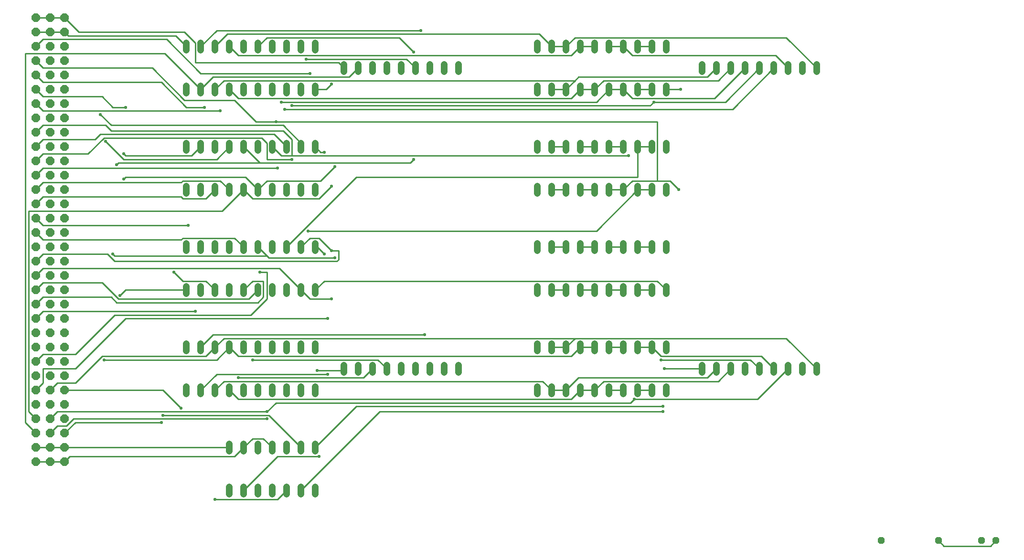
<source format=gbr>
G04 EAGLE Gerber RS-274X export*
G75*
%MOMM*%
%FSLAX34Y34*%
%LPD*%
%INTop Copper*%
%IPPOS*%
%AMOC8*
5,1,8,0,0,1.08239X$1,22.5*%
G01*
%ADD10P,1.649562X8X202.500000*%
%ADD11P,1.319650X8X202.500000*%
%ADD12C,1.219200*%
%ADD13C,0.254000*%
%ADD14C,0.558800*%


D10*
X50800Y177800D03*
X50800Y203200D03*
X50800Y228600D03*
X50800Y254000D03*
X50800Y279400D03*
X50800Y304800D03*
X50800Y330200D03*
X50800Y355600D03*
X50800Y381000D03*
X50800Y406400D03*
X50800Y431800D03*
X50800Y457200D03*
X50800Y482600D03*
X50800Y508000D03*
X50800Y533400D03*
X50800Y558800D03*
X76200Y177800D03*
X76200Y203200D03*
X76200Y228600D03*
X76200Y254000D03*
X76200Y279400D03*
X76200Y304800D03*
X76200Y330200D03*
X76200Y355600D03*
X76200Y381000D03*
X76200Y406400D03*
X76200Y431800D03*
X76200Y457200D03*
X76200Y482600D03*
X76200Y508000D03*
X76200Y533400D03*
X76200Y558800D03*
X101600Y177800D03*
X101600Y203200D03*
X101600Y228600D03*
X101600Y254000D03*
X101600Y279400D03*
X101600Y304800D03*
X101600Y330200D03*
X101600Y355600D03*
X101600Y381000D03*
X101600Y406400D03*
X101600Y431800D03*
X101600Y457200D03*
X101600Y482600D03*
X101600Y508000D03*
X101600Y533400D03*
X101600Y558800D03*
X50800Y584200D03*
X50800Y609600D03*
X50800Y635000D03*
X50800Y660400D03*
X50800Y685800D03*
X50800Y711200D03*
X50800Y736600D03*
X50800Y762000D03*
X50800Y787400D03*
X50800Y812800D03*
X50800Y838200D03*
X50800Y863600D03*
X50800Y889000D03*
X50800Y914400D03*
X50800Y939800D03*
X50800Y965200D03*
X76200Y584200D03*
X76200Y609600D03*
X76200Y635000D03*
X76200Y660400D03*
X76200Y685800D03*
X76200Y711200D03*
X76200Y736600D03*
X76200Y762000D03*
X76200Y787400D03*
X76200Y812800D03*
X76200Y838200D03*
X76200Y863600D03*
X76200Y889000D03*
X76200Y914400D03*
X76200Y939800D03*
X76200Y965200D03*
X101600Y584200D03*
X101600Y609600D03*
X101600Y635000D03*
X101600Y660400D03*
X101600Y685800D03*
X101600Y711200D03*
X101600Y736600D03*
X101600Y762000D03*
X101600Y787400D03*
X101600Y812800D03*
X101600Y838200D03*
X101600Y863600D03*
X101600Y889000D03*
X101600Y914400D03*
X101600Y939800D03*
X101600Y965200D03*
D11*
X1752600Y38100D03*
X1727200Y38100D03*
X1651000Y38100D03*
X1549400Y38100D03*
D12*
X317500Y832104D02*
X317500Y844296D01*
X342900Y844296D02*
X342900Y832104D01*
X469900Y832104D02*
X469900Y844296D01*
X495300Y844296D02*
X495300Y832104D01*
X368300Y832104D02*
X368300Y844296D01*
X393700Y844296D02*
X393700Y832104D01*
X444500Y832104D02*
X444500Y844296D01*
X419100Y844296D02*
X419100Y832104D01*
X520700Y832104D02*
X520700Y844296D01*
X546100Y844296D02*
X546100Y832104D01*
X546100Y908304D02*
X546100Y920496D01*
X520700Y920496D02*
X520700Y908304D01*
X495300Y908304D02*
X495300Y920496D01*
X469900Y920496D02*
X469900Y908304D01*
X444500Y908304D02*
X444500Y920496D01*
X419100Y920496D02*
X419100Y908304D01*
X393700Y908304D02*
X393700Y920496D01*
X368300Y920496D02*
X368300Y908304D01*
X342900Y908304D02*
X342900Y920496D01*
X317500Y920496D02*
X317500Y908304D01*
X317500Y310896D02*
X317500Y298704D01*
X342900Y298704D02*
X342900Y310896D01*
X469900Y310896D02*
X469900Y298704D01*
X495300Y298704D02*
X495300Y310896D01*
X368300Y310896D02*
X368300Y298704D01*
X393700Y298704D02*
X393700Y310896D01*
X444500Y310896D02*
X444500Y298704D01*
X419100Y298704D02*
X419100Y310896D01*
X520700Y310896D02*
X520700Y298704D01*
X546100Y298704D02*
X546100Y310896D01*
X546100Y374904D02*
X546100Y387096D01*
X520700Y387096D02*
X520700Y374904D01*
X495300Y374904D02*
X495300Y387096D01*
X469900Y387096D02*
X469900Y374904D01*
X444500Y374904D02*
X444500Y387096D01*
X419100Y387096D02*
X419100Y374904D01*
X393700Y374904D02*
X393700Y387096D01*
X368300Y387096D02*
X368300Y374904D01*
X342900Y374904D02*
X342900Y387096D01*
X317500Y387096D02*
X317500Y374904D01*
X317500Y654304D02*
X317500Y666496D01*
X342900Y666496D02*
X342900Y654304D01*
X469900Y654304D02*
X469900Y666496D01*
X495300Y666496D02*
X495300Y654304D01*
X368300Y654304D02*
X368300Y666496D01*
X393700Y666496D02*
X393700Y654304D01*
X444500Y654304D02*
X444500Y666496D01*
X419100Y666496D02*
X419100Y654304D01*
X520700Y654304D02*
X520700Y666496D01*
X546100Y666496D02*
X546100Y654304D01*
X546100Y730504D02*
X546100Y742696D01*
X520700Y742696D02*
X520700Y730504D01*
X495300Y730504D02*
X495300Y742696D01*
X469900Y742696D02*
X469900Y730504D01*
X444500Y730504D02*
X444500Y742696D01*
X419100Y742696D02*
X419100Y730504D01*
X393700Y730504D02*
X393700Y742696D01*
X368300Y742696D02*
X368300Y730504D01*
X342900Y730504D02*
X342900Y742696D01*
X317500Y742696D02*
X317500Y730504D01*
X317500Y488696D02*
X317500Y476504D01*
X342900Y476504D02*
X342900Y488696D01*
X469900Y488696D02*
X469900Y476504D01*
X495300Y476504D02*
X495300Y488696D01*
X368300Y488696D02*
X368300Y476504D01*
X393700Y476504D02*
X393700Y488696D01*
X444500Y488696D02*
X444500Y476504D01*
X419100Y476504D02*
X419100Y488696D01*
X520700Y488696D02*
X520700Y476504D01*
X546100Y476504D02*
X546100Y488696D01*
X546100Y552704D02*
X546100Y564896D01*
X520700Y564896D02*
X520700Y552704D01*
X495300Y552704D02*
X495300Y564896D01*
X469900Y564896D02*
X469900Y552704D01*
X444500Y552704D02*
X444500Y564896D01*
X419100Y564896D02*
X419100Y552704D01*
X393700Y552704D02*
X393700Y564896D01*
X368300Y564896D02*
X368300Y552704D01*
X342900Y552704D02*
X342900Y564896D01*
X317500Y564896D02*
X317500Y552704D01*
X393700Y133096D02*
X393700Y120904D01*
X419100Y120904D02*
X419100Y133096D01*
X546100Y133096D02*
X546100Y120904D01*
X546100Y197104D02*
X546100Y209296D01*
X444500Y133096D02*
X444500Y120904D01*
X469900Y120904D02*
X469900Y133096D01*
X520700Y133096D02*
X520700Y120904D01*
X495300Y120904D02*
X495300Y133096D01*
X520700Y197104D02*
X520700Y209296D01*
X495300Y209296D02*
X495300Y197104D01*
X469900Y197104D02*
X469900Y209296D01*
X444500Y209296D02*
X444500Y197104D01*
X419100Y197104D02*
X419100Y209296D01*
X393700Y209296D02*
X393700Y197104D01*
X596900Y870204D02*
X596900Y882396D01*
X622300Y882396D02*
X622300Y870204D01*
X647700Y870204D02*
X647700Y882396D01*
X673100Y882396D02*
X673100Y870204D01*
X698500Y870204D02*
X698500Y882396D01*
X723900Y882396D02*
X723900Y870204D01*
X749300Y870204D02*
X749300Y882396D01*
X774700Y882396D02*
X774700Y870204D01*
X800100Y870204D02*
X800100Y882396D01*
X596900Y348996D02*
X596900Y336804D01*
X622300Y336804D02*
X622300Y348996D01*
X647700Y348996D02*
X647700Y336804D01*
X673100Y336804D02*
X673100Y348996D01*
X698500Y348996D02*
X698500Y336804D01*
X723900Y336804D02*
X723900Y348996D01*
X749300Y348996D02*
X749300Y336804D01*
X774700Y336804D02*
X774700Y348996D01*
X800100Y348996D02*
X800100Y336804D01*
X939800Y832104D02*
X939800Y844296D01*
X965200Y844296D02*
X965200Y832104D01*
X1092200Y832104D02*
X1092200Y844296D01*
X1117600Y844296D02*
X1117600Y832104D01*
X990600Y832104D02*
X990600Y844296D01*
X1016000Y844296D02*
X1016000Y832104D01*
X1066800Y832104D02*
X1066800Y844296D01*
X1041400Y844296D02*
X1041400Y832104D01*
X1143000Y832104D02*
X1143000Y844296D01*
X1168400Y844296D02*
X1168400Y832104D01*
X1168400Y908304D02*
X1168400Y920496D01*
X1143000Y920496D02*
X1143000Y908304D01*
X1117600Y908304D02*
X1117600Y920496D01*
X1092200Y920496D02*
X1092200Y908304D01*
X1066800Y908304D02*
X1066800Y920496D01*
X1041400Y920496D02*
X1041400Y908304D01*
X1016000Y908304D02*
X1016000Y920496D01*
X990600Y920496D02*
X990600Y908304D01*
X965200Y908304D02*
X965200Y920496D01*
X939800Y920496D02*
X939800Y908304D01*
X939800Y666496D02*
X939800Y654304D01*
X965200Y654304D02*
X965200Y666496D01*
X1092200Y666496D02*
X1092200Y654304D01*
X1117600Y654304D02*
X1117600Y666496D01*
X990600Y666496D02*
X990600Y654304D01*
X1016000Y654304D02*
X1016000Y666496D01*
X1066800Y666496D02*
X1066800Y654304D01*
X1041400Y654304D02*
X1041400Y666496D01*
X1143000Y666496D02*
X1143000Y654304D01*
X1168400Y654304D02*
X1168400Y666496D01*
X1168400Y730504D02*
X1168400Y742696D01*
X1143000Y742696D02*
X1143000Y730504D01*
X1117600Y730504D02*
X1117600Y742696D01*
X1092200Y742696D02*
X1092200Y730504D01*
X1066800Y730504D02*
X1066800Y742696D01*
X1041400Y742696D02*
X1041400Y730504D01*
X1016000Y730504D02*
X1016000Y742696D01*
X990600Y742696D02*
X990600Y730504D01*
X965200Y730504D02*
X965200Y742696D01*
X939800Y742696D02*
X939800Y730504D01*
X1231900Y870204D02*
X1231900Y882396D01*
X1257300Y882396D02*
X1257300Y870204D01*
X1282700Y870204D02*
X1282700Y882396D01*
X1308100Y882396D02*
X1308100Y870204D01*
X1333500Y870204D02*
X1333500Y882396D01*
X1358900Y882396D02*
X1358900Y870204D01*
X1384300Y870204D02*
X1384300Y882396D01*
X1409700Y882396D02*
X1409700Y870204D01*
X1435100Y870204D02*
X1435100Y882396D01*
X1231900Y348996D02*
X1231900Y336804D01*
X1257300Y336804D02*
X1257300Y348996D01*
X1282700Y348996D02*
X1282700Y336804D01*
X1308100Y336804D02*
X1308100Y348996D01*
X1333500Y348996D02*
X1333500Y336804D01*
X1358900Y336804D02*
X1358900Y348996D01*
X1384300Y348996D02*
X1384300Y336804D01*
X1409700Y336804D02*
X1409700Y348996D01*
X1435100Y348996D02*
X1435100Y336804D01*
X939800Y476504D02*
X939800Y488696D01*
X965200Y488696D02*
X965200Y476504D01*
X1092200Y476504D02*
X1092200Y488696D01*
X1117600Y488696D02*
X1117600Y476504D01*
X990600Y476504D02*
X990600Y488696D01*
X1016000Y488696D02*
X1016000Y476504D01*
X1066800Y476504D02*
X1066800Y488696D01*
X1041400Y488696D02*
X1041400Y476504D01*
X1143000Y476504D02*
X1143000Y488696D01*
X1168400Y488696D02*
X1168400Y476504D01*
X1168400Y552704D02*
X1168400Y564896D01*
X1143000Y564896D02*
X1143000Y552704D01*
X1117600Y552704D02*
X1117600Y564896D01*
X1092200Y564896D02*
X1092200Y552704D01*
X1066800Y552704D02*
X1066800Y564896D01*
X1041400Y564896D02*
X1041400Y552704D01*
X1016000Y552704D02*
X1016000Y564896D01*
X990600Y564896D02*
X990600Y552704D01*
X965200Y552704D02*
X965200Y564896D01*
X939800Y564896D02*
X939800Y552704D01*
X939800Y310896D02*
X939800Y298704D01*
X965200Y298704D02*
X965200Y310896D01*
X1092200Y310896D02*
X1092200Y298704D01*
X1117600Y298704D02*
X1117600Y310896D01*
X990600Y310896D02*
X990600Y298704D01*
X1016000Y298704D02*
X1016000Y310896D01*
X1066800Y310896D02*
X1066800Y298704D01*
X1041400Y298704D02*
X1041400Y310896D01*
X1143000Y310896D02*
X1143000Y298704D01*
X1168400Y298704D02*
X1168400Y310896D01*
X1168400Y374904D02*
X1168400Y387096D01*
X1143000Y387096D02*
X1143000Y374904D01*
X1117600Y374904D02*
X1117600Y387096D01*
X1092200Y387096D02*
X1092200Y374904D01*
X1066800Y374904D02*
X1066800Y387096D01*
X1041400Y387096D02*
X1041400Y374904D01*
X1016000Y374904D02*
X1016000Y387096D01*
X990600Y387096D02*
X990600Y374904D01*
X965200Y374904D02*
X965200Y387096D01*
X939800Y387096D02*
X939800Y374904D01*
D13*
X76200Y965200D02*
X50800Y965200D01*
X76200Y965200D02*
X101600Y965200D01*
X565150Y838200D02*
X574675Y847725D01*
X565150Y838200D02*
X546100Y838200D01*
X127000Y939800D02*
X101600Y965200D01*
X127000Y939800D02*
X314325Y939800D01*
X333375Y920750D01*
X333375Y885825D01*
X587375Y885825D01*
X596900Y876300D01*
X76200Y177800D02*
X50800Y177800D01*
X76200Y177800D02*
X101600Y177800D01*
X419100Y203200D02*
X434975Y219075D01*
X454025Y219075D01*
X469900Y203200D01*
X593725Y339725D02*
X596900Y342900D01*
X593725Y339725D02*
X549275Y339725D01*
X111125Y187325D02*
X101600Y177800D01*
X111125Y187325D02*
X403225Y187325D01*
X419100Y203200D01*
X1165225Y342900D02*
X1231900Y342900D01*
X1193800Y838200D02*
X1168400Y838200D01*
X561975Y498475D02*
X546100Y482600D01*
X561975Y498475D02*
X1152525Y498475D01*
X1168400Y482600D01*
D14*
X574675Y847725D03*
X549275Y339725D03*
X1165225Y342900D03*
X1193800Y838200D03*
D13*
X76200Y939800D02*
X50800Y939800D01*
X76200Y939800D02*
X101600Y939800D01*
X76200Y203200D02*
X50800Y203200D01*
X76200Y203200D02*
X101600Y203200D01*
X393700Y203200D01*
X107950Y933450D02*
X101600Y939800D01*
X107950Y933450D02*
X298450Y933450D01*
X317500Y914400D01*
X63500Y647700D02*
X50800Y635000D01*
X63500Y647700D02*
X307975Y647700D01*
X311150Y644525D01*
X352425Y644525D01*
X368300Y660400D01*
X965200Y482600D02*
X990600Y482600D01*
X990600Y838200D02*
X965200Y838200D01*
X1241425Y860425D02*
X1257300Y876300D01*
X1241425Y860425D02*
X1012825Y860425D01*
X1006475Y854075D02*
X990600Y838200D01*
X1006475Y854075D02*
X1012825Y860425D01*
X384175Y854075D02*
X368300Y838200D01*
X384175Y854075D02*
X1006475Y854075D01*
X63500Y673100D02*
X50800Y660400D01*
X63500Y673100D02*
X307975Y673100D01*
X311150Y676275D01*
X377825Y676275D01*
X393700Y660400D01*
X1016000Y482600D02*
X1041400Y482600D01*
X1041400Y838200D02*
X1016000Y838200D01*
X1260475Y854075D02*
X1282700Y876300D01*
X1260475Y854075D02*
X1057275Y854075D01*
X1041400Y838200D01*
X409575Y822325D02*
X393700Y838200D01*
X409575Y822325D02*
X1000125Y822325D01*
X1016000Y838200D01*
X1117600Y482600D02*
X1143000Y482600D01*
X1143000Y838200D02*
X1117600Y838200D01*
X1273175Y815975D02*
X1333500Y876300D01*
X1273175Y815975D02*
X1146175Y815975D01*
X63500Y723900D02*
X50800Y711200D01*
X63500Y723900D02*
X142875Y723900D01*
X171450Y752475D01*
X450850Y752475D01*
X460375Y742950D01*
X460375Y714375D01*
X504825Y714375D01*
X1139825Y809625D02*
X1146175Y815975D01*
X1139825Y809625D02*
X504825Y809625D01*
D14*
X1146175Y815975D03*
X504825Y714375D03*
X504825Y809625D03*
D13*
X1117600Y558800D02*
X1143000Y558800D01*
X1143000Y914400D02*
X1117600Y914400D01*
X63500Y749300D02*
X50800Y736600D01*
X63500Y749300D02*
X155575Y749300D01*
X165100Y758825D01*
X473075Y758825D01*
X495300Y736600D01*
X1285875Y803275D02*
X1358900Y876300D01*
X1285875Y803275D02*
X492125Y803275D01*
D14*
X492125Y803275D03*
D13*
X63500Y774700D02*
X50800Y762000D01*
X63500Y774700D02*
X174625Y774700D01*
X184150Y765175D01*
X488950Y765175D01*
X504825Y749300D01*
X504825Y720725D01*
X485775Y720725D01*
X469900Y736600D01*
X1066800Y558800D02*
X1092200Y558800D01*
X1092200Y914400D02*
X1066800Y914400D01*
X1362075Y898525D02*
X1384300Y876300D01*
X1362075Y898525D02*
X1108075Y898525D01*
X1092200Y914400D01*
X1101725Y720725D02*
X504825Y720725D01*
D14*
X1101725Y720725D03*
D13*
X206375Y714375D02*
X174625Y746125D01*
X206375Y714375D02*
X371475Y714375D01*
X393700Y736600D01*
X1016000Y558800D02*
X1041400Y558800D01*
X1041400Y914400D02*
X1016000Y914400D01*
X409575Y898525D02*
X393700Y914400D01*
X409575Y898525D02*
X1000125Y898525D01*
X1016000Y914400D01*
D14*
X174625Y746125D03*
D13*
X1016000Y660400D02*
X1041400Y660400D01*
X1041400Y304800D02*
X1016000Y304800D01*
X1260475Y320675D02*
X1282700Y342900D01*
X1260475Y320675D02*
X1057275Y320675D01*
X1041400Y304800D01*
X63500Y850900D02*
X50800Y863600D01*
X63500Y850900D02*
X273050Y850900D01*
X317500Y806450D01*
X349250Y806450D01*
X1000125Y288925D02*
X1016000Y304800D01*
X1000125Y288925D02*
X409575Y288925D01*
X393700Y304800D01*
D14*
X349250Y806450D03*
D13*
X1066800Y304800D02*
X1092200Y304800D01*
X1092200Y660400D02*
X1066800Y660400D01*
X1174750Y676275D02*
X1190625Y660400D01*
X1152525Y676275D02*
X1108075Y676275D01*
X1152525Y676275D02*
X1174750Y676275D01*
X1108075Y676275D02*
X1092200Y660400D01*
X63500Y876300D02*
X50800Y889000D01*
X63500Y876300D02*
X257175Y876300D01*
X314325Y819150D01*
X403225Y819150D01*
X441325Y781050D01*
X476250Y781050D01*
X1152525Y781050D02*
X1152525Y676275D01*
X1152525Y781050D02*
X476250Y781050D01*
D14*
X1190625Y660400D03*
X476250Y781050D03*
D13*
X1117600Y660400D02*
X1143000Y660400D01*
X1143000Y304800D02*
X1117600Y304800D01*
X1317625Y358775D02*
X1333500Y342900D01*
X1317625Y358775D02*
X1158875Y358775D01*
X63500Y927100D02*
X50800Y914400D01*
X63500Y927100D02*
X282575Y927100D01*
X342900Y866775D01*
X536575Y866775D01*
X1044575Y587375D02*
X1117600Y660400D01*
X1044575Y587375D02*
X533400Y587375D01*
D14*
X1158875Y358775D03*
X536575Y866775D03*
X533400Y587375D03*
D13*
X1117600Y736600D02*
X1143000Y736600D01*
X1143000Y381000D02*
X1117600Y381000D01*
X1336675Y365125D02*
X1358900Y342900D01*
X1336675Y365125D02*
X1158875Y365125D01*
X1143000Y381000D01*
X88900Y241300D02*
X76200Y228600D01*
X88900Y241300D02*
X104775Y241300D01*
X117475Y254000D01*
X460375Y254000D01*
X1117600Y682625D02*
X1117600Y736600D01*
X1117600Y682625D02*
X619125Y682625D01*
X495300Y558800D01*
D14*
X460375Y254000D03*
D13*
X88900Y266700D02*
X76200Y254000D01*
X88900Y266700D02*
X460375Y266700D01*
X1066800Y736600D02*
X1092200Y736600D01*
X1092200Y381000D02*
X1066800Y381000D01*
X1330325Y288925D02*
X1384300Y342900D01*
X1330325Y288925D02*
X1111250Y288925D01*
X476250Y282575D02*
X460375Y266700D01*
X476250Y282575D02*
X1104900Y282575D01*
X1111250Y288925D01*
D14*
X460375Y266700D03*
X1111250Y288925D03*
D13*
X371475Y358775D02*
X171450Y358775D01*
X371475Y358775D02*
X393700Y381000D01*
X1016000Y736600D02*
X1041400Y736600D01*
X1041400Y381000D02*
X1016000Y381000D01*
X409575Y365125D02*
X393700Y381000D01*
X409575Y365125D02*
X1000125Y365125D01*
X1016000Y381000D01*
D14*
X171450Y358775D03*
D13*
X88900Y317500D02*
X76200Y304800D01*
X88900Y317500D02*
X120650Y317500D01*
X168275Y365125D01*
X352425Y365125D01*
X368300Y381000D01*
X965200Y736600D02*
X990600Y736600D01*
X990600Y381000D02*
X965200Y381000D01*
X1381125Y396875D02*
X1435100Y342900D01*
X1381125Y396875D02*
X1006475Y396875D01*
X990600Y381000D01*
X384175Y396875D02*
X368300Y381000D01*
X384175Y396875D02*
X1006475Y396875D01*
X63500Y698500D02*
X50800Y685800D01*
X63500Y698500D02*
X479425Y698500D01*
X1066800Y482600D02*
X1092200Y482600D01*
X1092200Y838200D02*
X1066800Y838200D01*
X1254125Y822325D02*
X1308100Y876300D01*
X1254125Y822325D02*
X1108075Y822325D01*
X1092200Y838200D01*
X1044575Y815975D02*
X485775Y815975D01*
X1044575Y815975D02*
X1066800Y838200D01*
D14*
X479425Y698500D03*
X485775Y815975D03*
D13*
X63500Y800100D02*
X50800Y812800D01*
X63500Y800100D02*
X377825Y800100D01*
X965200Y558800D02*
X990600Y558800D01*
X990600Y914400D02*
X965200Y914400D01*
X1381125Y930275D02*
X1435100Y876300D01*
X1381125Y930275D02*
X1006475Y930275D01*
X990600Y914400D01*
X390525Y936625D02*
X368300Y914400D01*
X390525Y936625D02*
X942975Y936625D01*
X965200Y914400D01*
D14*
X377825Y800100D03*
D13*
X965200Y660400D02*
X990600Y660400D01*
X990600Y304800D02*
X965200Y304800D01*
X1241425Y327025D02*
X1257300Y342900D01*
X1241425Y327025D02*
X1012825Y327025D01*
X990600Y304800D01*
X63500Y825500D02*
X50800Y838200D01*
X63500Y825500D02*
X168275Y825500D01*
X187325Y806450D01*
X209550Y806450D01*
X295275Y514350D02*
X311150Y498475D01*
X352425Y498475D01*
X368300Y482600D01*
X949325Y320675D02*
X965200Y304800D01*
X949325Y320675D02*
X384175Y320675D01*
X368300Y304800D01*
D14*
X209550Y806450D03*
X295275Y514350D03*
D13*
X606425Y860425D02*
X622300Y876300D01*
X606425Y860425D02*
X365125Y860425D01*
X342900Y838200D01*
X31750Y247650D02*
X50800Y228600D01*
X31750Y247650D02*
X31750Y901700D01*
X279400Y901700D01*
X342900Y838200D01*
X552450Y644525D02*
X574675Y666750D01*
X552450Y644525D02*
X434975Y644525D01*
X419100Y660400D01*
X38100Y266700D02*
X50800Y254000D01*
X38100Y266700D02*
X38100Y622300D01*
X381000Y622300D01*
X419100Y660400D01*
D14*
X574675Y666750D03*
D13*
X555625Y676275D02*
X581025Y701675D01*
X555625Y676275D02*
X460375Y676275D01*
X444500Y660400D01*
X209550Y682625D02*
X206375Y679450D01*
X209550Y682625D02*
X422275Y682625D01*
X444500Y660400D01*
D14*
X581025Y701675D03*
X206375Y679450D03*
D13*
X63500Y317500D02*
X50800Y304800D01*
X63500Y317500D02*
X63500Y342900D01*
X120650Y342900D01*
X209550Y431800D01*
X568325Y431800D01*
D14*
X568325Y431800D03*
D13*
X723900Y876300D02*
X708025Y892175D01*
X530225Y892175D01*
X184150Y774700D02*
X165100Y793750D01*
X184150Y774700D02*
X488950Y774700D01*
X520700Y742950D01*
X520700Y736600D01*
D14*
X530225Y892175D03*
X165100Y793750D03*
D13*
X695325Y930275D02*
X720725Y904875D01*
X695325Y930275D02*
X460375Y930275D01*
X444500Y914400D01*
X63500Y368300D02*
X50800Y355600D01*
X63500Y368300D02*
X120650Y368300D01*
X190500Y438150D01*
X431800Y438150D01*
X460375Y466725D01*
X460375Y514350D01*
X447675Y514350D01*
D14*
X720725Y904875D03*
X447675Y514350D03*
D13*
X714375Y708025D02*
X720725Y714375D01*
X714375Y708025D02*
X447675Y708025D01*
X419100Y736600D01*
X196850Y708025D02*
X193675Y704850D01*
X196850Y708025D02*
X447675Y708025D01*
D14*
X720725Y714375D03*
X193675Y704850D03*
D13*
X371475Y942975D02*
X733425Y942975D01*
X371475Y942975D02*
X342900Y914400D01*
X206375Y723900D02*
X209550Y720725D01*
X327025Y720725D01*
X342900Y736600D01*
D14*
X733425Y942975D03*
X206375Y723900D03*
D13*
X371475Y333375D02*
X568325Y333375D01*
X371475Y333375D02*
X342900Y304800D01*
X63500Y444500D02*
X50800Y431800D01*
X63500Y444500D02*
X333375Y444500D01*
D14*
X568325Y333375D03*
X333375Y444500D03*
D13*
X631825Y327025D02*
X647700Y342900D01*
X631825Y327025D02*
X409575Y327025D01*
X63500Y469900D02*
X50800Y457200D01*
X63500Y469900D02*
X184150Y469900D01*
X193675Y460375D01*
X444500Y460375D01*
X454025Y469900D01*
X454025Y498475D01*
X434975Y498475D01*
X419100Y482600D01*
D14*
X409575Y327025D03*
D13*
X657225Y358775D02*
X673100Y342900D01*
X657225Y358775D02*
X434975Y358775D01*
X63500Y495300D02*
X50800Y482600D01*
X63500Y495300D02*
X168275Y495300D01*
X196850Y466725D01*
X428625Y466725D01*
X444500Y482600D01*
D14*
X434975Y358775D03*
D13*
X536575Y466725D02*
X574675Y466725D01*
X536575Y466725D02*
X520700Y482600D01*
X63500Y520700D02*
X50800Y508000D01*
X63500Y520700D02*
X482600Y520700D01*
X520700Y482600D01*
D14*
X574675Y466725D03*
D13*
X574675Y552450D02*
X552450Y574675D01*
X536575Y574675D01*
X520700Y558800D01*
X63500Y546100D02*
X50800Y533400D01*
X63500Y546100D02*
X177800Y546100D01*
X190500Y533400D01*
X584200Y533400D01*
X587375Y536575D01*
X587375Y552450D01*
X574675Y552450D01*
D14*
X574675Y552450D03*
D13*
X581025Y539750D02*
X463550Y539750D01*
X460375Y542925D02*
X444500Y558800D01*
X460375Y542925D02*
X463550Y539750D01*
X190500Y542925D02*
X187325Y546100D01*
X190500Y542925D02*
X460375Y542925D01*
D14*
X581025Y539750D03*
X187325Y546100D03*
D13*
X63500Y571500D02*
X50800Y584200D01*
X63500Y571500D02*
X307975Y571500D01*
X311150Y574675D01*
X403225Y574675D01*
X419100Y558800D01*
X365125Y403225D02*
X739775Y403225D01*
X365125Y403225D02*
X342900Y381000D01*
X63500Y596900D02*
X50800Y609600D01*
X63500Y596900D02*
X320675Y596900D01*
D14*
X739775Y403225D03*
X320675Y596900D03*
D13*
X120650Y247650D02*
X101600Y228600D01*
X120650Y247650D02*
X273050Y247650D01*
D14*
X273050Y247650D03*
D13*
X200025Y473075D02*
X209550Y482600D01*
X317500Y482600D01*
D14*
X200025Y473075D03*
D13*
X276225Y304800D02*
X307975Y273050D01*
X276225Y304800D02*
X101600Y304800D01*
D14*
X307975Y273050D03*
D13*
X479425Y111125D02*
X495300Y127000D01*
X479425Y111125D02*
X368300Y111125D01*
D14*
X368300Y111125D03*
D13*
X463550Y260350D02*
X520700Y203200D01*
X463550Y260350D02*
X276225Y260350D01*
D14*
X276225Y260350D03*
D13*
X1651000Y38100D02*
X1660525Y28575D01*
X1743075Y28575D01*
X1752600Y38100D01*
X479425Y187325D02*
X419100Y127000D01*
X479425Y187325D02*
X552450Y187325D01*
D14*
X552450Y187325D03*
D13*
X561975Y546100D02*
X549275Y558800D01*
X546100Y558800D01*
X555625Y727075D02*
X546100Y736600D01*
X555625Y727075D02*
X561975Y727075D01*
D14*
X561975Y546100D03*
X561975Y727075D03*
D13*
X660400Y266700D02*
X520700Y127000D01*
X660400Y266700D02*
X1162050Y266700D01*
D14*
X1162050Y266700D03*
D13*
X619125Y276225D02*
X546100Y203200D01*
X619125Y276225D02*
X1162050Y276225D01*
D14*
X1162050Y276225D03*
M02*

</source>
